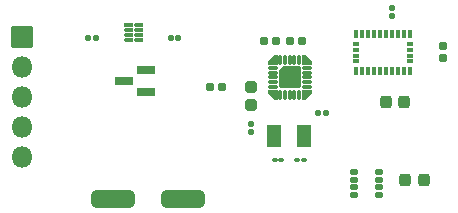
<source format=gbr>
%TF.GenerationSoftware,KiCad,Pcbnew,(6.0.7)*%
%TF.CreationDate,2022-12-27T11:46:59-06:00*%
%TF.ProjectId,UKDAQ,554b4441-512e-46b6-9963-61645f706362,rev?*%
%TF.SameCoordinates,Original*%
%TF.FileFunction,Soldermask,Top*%
%TF.FilePolarity,Negative*%
%FSLAX46Y46*%
G04 Gerber Fmt 4.6, Leading zero omitted, Abs format (unit mm)*
G04 Created by KiCad (PCBNEW (6.0.7)) date 2022-12-27 11:46:59*
%MOMM*%
%LPD*%
G01*
G04 APERTURE LIST*
G04 Aperture macros list*
%AMRoundRect*
0 Rectangle with rounded corners*
0 $1 Rounding radius*
0 $2 $3 $4 $5 $6 $7 $8 $9 X,Y pos of 4 corners*
0 Add a 4 corners polygon primitive as box body*
4,1,4,$2,$3,$4,$5,$6,$7,$8,$9,$2,$3,0*
0 Add four circle primitives for the rounded corners*
1,1,$1+$1,$2,$3*
1,1,$1+$1,$4,$5*
1,1,$1+$1,$6,$7*
1,1,$1+$1,$8,$9*
0 Add four rect primitives between the rounded corners*
20,1,$1+$1,$2,$3,$4,$5,0*
20,1,$1+$1,$4,$5,$6,$7,0*
20,1,$1+$1,$6,$7,$8,$9,0*
20,1,$1+$1,$8,$9,$2,$3,0*%
%AMFreePoly0*
4,1,14,0.885921,0.885921,0.900800,0.850000,0.900800,-0.850000,0.885921,-0.885921,0.850000,-0.900800,-0.850000,-0.900800,-0.885921,-0.885921,-0.900800,-0.850000,-0.900800,0.574600,-0.885921,0.610521,-0.610521,0.885921,-0.574600,0.900800,0.850000,0.900800,0.885921,0.885921,0.885921,0.885921,$1*%
%AMFreePoly1*
4,1,28,0.369433,0.401936,0.372969,0.400472,0.400472,0.372969,0.401936,0.369433,0.405800,0.350000,0.405800,-0.350000,0.401936,-0.369433,0.400472,-0.372969,0.372969,-0.400472,0.369433,-0.401936,0.350000,-0.405800,-0.350000,-0.405800,-0.369433,-0.401936,-0.372969,-0.400472,-0.400472,-0.372969,-0.401936,-0.369433,-0.405800,-0.350000,-0.405801,-0.150000,-0.401932,-0.130556,-0.400467,-0.127020,
-0.389457,-0.110543,0.110543,0.389457,0.127020,0.400467,0.130556,0.401932,0.150002,0.401243,0.150002,0.405800,0.350000,0.405800,0.369433,0.401936,0.369433,0.401936,$1*%
G04 Aperture macros list end*
%ADD10RoundRect,0.185800X-0.135000X-0.185000X0.135000X-0.185000X0.135000X0.185000X-0.135000X0.185000X0*%
%ADD11RoundRect,0.050800X-0.330000X-0.160000X0.330000X-0.160000X0.330000X0.160000X-0.330000X0.160000X0*%
%ADD12RoundRect,0.050800X-0.330000X-0.110000X0.330000X-0.110000X0.330000X0.110000X-0.330000X0.110000X0*%
%ADD13RoundRect,0.150800X-0.130000X-0.100000X0.130000X-0.100000X0.130000X0.100000X-0.130000X0.100000X0*%
%ADD14RoundRect,0.050800X-0.150000X-0.262500X0.150000X-0.262500X0.150000X0.262500X-0.150000X0.262500X0*%
%ADD15RoundRect,0.050800X0.212500X-0.150000X0.212500X0.150000X-0.212500X0.150000X-0.212500X-0.150000X0*%
%ADD16RoundRect,0.050800X-0.850000X-0.850000X0.850000X-0.850000X0.850000X0.850000X-0.850000X0.850000X0*%
%ADD17O,1.801600X1.801600*%
%ADD18RoundRect,0.275800X-0.225000X-0.250000X0.225000X-0.250000X0.225000X0.250000X-0.225000X0.250000X0*%
%ADD19RoundRect,0.125800X-0.100000X-0.075000X0.100000X-0.075000X0.100000X0.075000X-0.100000X0.075000X0*%
%ADD20RoundRect,0.400800X-1.450000X0.349999X-1.450000X-0.349999X1.450000X-0.349999X1.450000X0.349999X0*%
%ADD21RoundRect,0.400800X-1.450000X0.350000X-1.450000X-0.350000X1.450000X-0.350000X1.450000X0.350000X0*%
%ADD22RoundRect,0.150800X-0.100000X0.130000X-0.100000X-0.130000X0.100000X-0.130000X0.100000X0.130000X0*%
%ADD23RoundRect,0.050800X0.250000X0.175000X-0.250000X0.175000X-0.250000X-0.175000X0.250000X-0.175000X0*%
%ADD24RoundRect,0.185800X0.185000X-0.135000X0.185000X0.135000X-0.185000X0.135000X-0.185000X-0.135000X0*%
%ADD25RoundRect,0.050800X-0.500000X-0.900000X0.500000X-0.900000X0.500000X0.900000X-0.500000X0.900000X0*%
%ADD26RoundRect,0.275800X-0.250000X0.225000X-0.250000X-0.225000X0.250000X-0.225000X0.250000X0.225000X0*%
%ADD27RoundRect,0.125800X0.100000X0.075000X-0.100000X0.075000X-0.100000X-0.075000X0.100000X-0.075000X0*%
%ADD28RoundRect,0.200800X0.587500X0.150000X-0.587500X0.150000X-0.587500X-0.150000X0.587500X-0.150000X0*%
%ADD29FreePoly0,0.000000*%
%ADD30FreePoly1,0.000000*%
%ADD31RoundRect,0.050800X-0.350000X-0.100000X0.350000X-0.100000X0.350000X0.100000X-0.350000X0.100000X0*%
%ADD32FreePoly1,90.000000*%
%ADD33RoundRect,0.050800X0.100000X-0.350000X0.100000X0.350000X-0.100000X0.350000X-0.100000X-0.350000X0*%
%ADD34FreePoly1,180.000000*%
%ADD35RoundRect,0.050800X0.350000X0.100000X-0.350000X0.100000X-0.350000X-0.100000X0.350000X-0.100000X0*%
%ADD36FreePoly1,270.000000*%
%ADD37RoundRect,0.050800X-0.100000X0.350000X-0.100000X-0.350000X0.100000X-0.350000X0.100000X0.350000X0*%
%ADD38RoundRect,0.185800X0.135000X0.185000X-0.135000X0.185000X-0.135000X-0.185000X0.135000X-0.185000X0*%
%ADD39RoundRect,0.275800X0.225000X0.250000X-0.225000X0.250000X-0.225000X-0.250000X0.225000X-0.250000X0*%
G04 APERTURE END LIST*
D10*
%TO.C,R1*%
X139580000Y-103220000D03*
X140600000Y-103220000D03*
%TD*%
D11*
%TO.C,U2*%
X132700000Y-97970000D03*
D12*
X132700000Y-98420000D03*
X132700000Y-98820000D03*
X132700000Y-99220000D03*
X133540000Y-99220000D03*
X133540000Y-98820000D03*
X133540000Y-98420000D03*
X133540000Y-98020000D03*
%TD*%
D13*
%TO.C,C2*%
X136225000Y-99120000D03*
X136865000Y-99120000D03*
%TD*%
D14*
%TO.C,U3*%
X156450000Y-101882500D03*
D15*
X156512500Y-101070000D03*
X156512500Y-100570000D03*
X156512500Y-100070000D03*
X156512500Y-99570000D03*
D14*
X156450000Y-98757500D03*
X155950000Y-98757500D03*
X155450000Y-98757500D03*
X154950000Y-98757500D03*
X154450000Y-98757500D03*
X153950000Y-98757500D03*
X153450000Y-98757500D03*
X152950000Y-98757500D03*
X152450000Y-98757500D03*
X151950000Y-98757500D03*
D15*
X151887500Y-99570000D03*
X151887500Y-100070000D03*
X151887500Y-100570000D03*
X151887500Y-101070000D03*
D14*
X151950000Y-101882500D03*
X152450000Y-101882500D03*
X152950000Y-101882500D03*
X153450000Y-101882500D03*
X153950000Y-101882500D03*
X154450000Y-101882500D03*
X154950000Y-101882500D03*
X155450000Y-101882500D03*
X155950000Y-101882500D03*
%TD*%
D16*
%TO.C,J1*%
X123600000Y-99040000D03*
D17*
X123600000Y-101580000D03*
X123600000Y-104120000D03*
X123600000Y-106660000D03*
X123600000Y-109200000D03*
%TD*%
D18*
%TO.C,C7*%
X156100000Y-111120000D03*
X157650000Y-111120000D03*
%TD*%
D19*
%TO.C,C5*%
X145050000Y-109420000D03*
X145600000Y-109420000D03*
%TD*%
D20*
%TO.C,C3*%
X137300000Y-112720000D03*
D21*
X131300000Y-112720000D03*
%TD*%
D10*
%TO.C,R4*%
X144090000Y-99320000D03*
X145110000Y-99320000D03*
%TD*%
D22*
%TO.C,C9*%
X155000000Y-96555000D03*
X155000000Y-97195000D03*
%TD*%
D23*
%TO.C,U4*%
X151780000Y-112390000D03*
X151780000Y-111740000D03*
X151780000Y-111090000D03*
X151780000Y-110440000D03*
X153830000Y-110440000D03*
X153830000Y-111090000D03*
X153830000Y-111740000D03*
X153830000Y-112390000D03*
%TD*%
D13*
%TO.C,C1*%
X129235000Y-99120000D03*
X129875000Y-99120000D03*
%TD*%
D24*
%TO.C,R3*%
X159300000Y-100740000D03*
X159300000Y-99720000D03*
%TD*%
D25*
%TO.C,Y1*%
X147500000Y-107420000D03*
X145000000Y-107420000D03*
%TD*%
D13*
%TO.C,C10*%
X148725000Y-105420000D03*
X149365000Y-105420000D03*
%TD*%
D26*
%TO.C,C6*%
X143000000Y-103220000D03*
X143000000Y-104770000D03*
%TD*%
D22*
%TO.C,R2*%
X143000000Y-106400000D03*
X143000000Y-107040000D03*
%TD*%
D27*
%TO.C,C8*%
X147500000Y-109420000D03*
X146950000Y-109420000D03*
%TD*%
D28*
%TO.C,U1*%
X134137500Y-103670000D03*
X134137500Y-101770000D03*
X132262500Y-102720000D03*
%TD*%
D29*
%TO.C,U5*%
X146300000Y-102420000D03*
D30*
X144850000Y-100970000D03*
D31*
X144850000Y-101620000D03*
X144850000Y-102020000D03*
X144850000Y-102420000D03*
X144850000Y-102820000D03*
X144850000Y-103220000D03*
D32*
X144850000Y-103870000D03*
D33*
X145500000Y-103870000D03*
X145900000Y-103870000D03*
X146300000Y-103870000D03*
X146700000Y-103870000D03*
X147100000Y-103870000D03*
D34*
X147750000Y-103870000D03*
D35*
X147750000Y-103220000D03*
X147750000Y-102820000D03*
X147750000Y-102420000D03*
X147750000Y-102020000D03*
X147750000Y-101620000D03*
D36*
X147750000Y-100970000D03*
D37*
X147100000Y-100970000D03*
X146700000Y-100970000D03*
X146300000Y-100970000D03*
X145900000Y-100970000D03*
X145500000Y-100970000D03*
%TD*%
D38*
%TO.C,R5*%
X147320000Y-99320000D03*
X146300000Y-99320000D03*
%TD*%
D39*
%TO.C,C4*%
X156000000Y-104520000D03*
X154450000Y-104520000D03*
%TD*%
M02*

</source>
